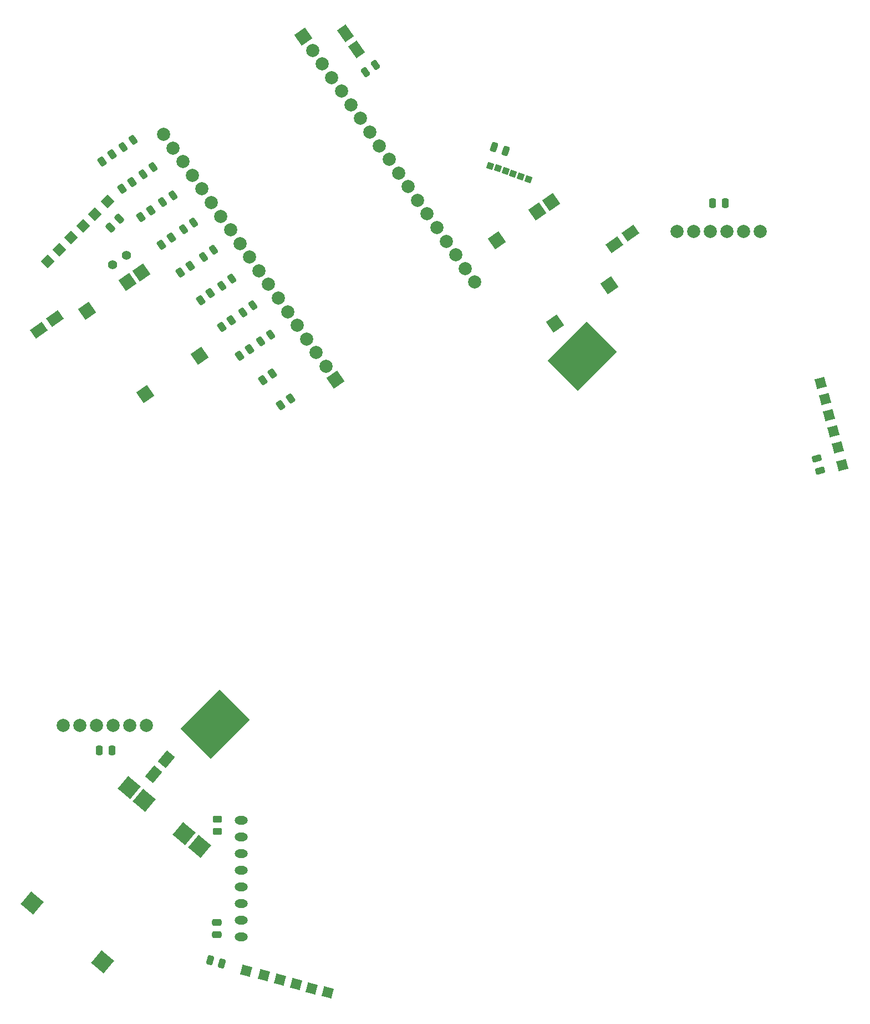
<source format=gbr>
%TF.GenerationSoftware,KiCad,Pcbnew,7.0.9-rc1*%
%TF.CreationDate,2023-11-05T19:21:47+02:00*%
%TF.ProjectId,projectA,70726f6a-6563-4744-912e-6b696361645f,rev?*%
%TF.SameCoordinates,PX5e5c173PY6474d3b*%
%TF.FileFunction,Soldermask,Top*%
%TF.FilePolarity,Negative*%
%FSLAX46Y46*%
G04 Gerber Fmt 4.6, Leading zero omitted, Abs format (unit mm)*
G04 Created by KiCad (PCBNEW 7.0.9-rc1) date 2023-11-05 19:21:47*
%MOMM*%
%LPD*%
G01*
G04 APERTURE LIST*
G04 Aperture macros list*
%AMRoundRect*
0 Rectangle with rounded corners*
0 $1 Rounding radius*
0 $2 $3 $4 $5 $6 $7 $8 $9 X,Y pos of 4 corners*
0 Add a 4 corners polygon primitive as box body*
4,1,4,$2,$3,$4,$5,$6,$7,$8,$9,$2,$3,0*
0 Add four circle primitives for the rounded corners*
1,1,$1+$1,$2,$3*
1,1,$1+$1,$4,$5*
1,1,$1+$1,$6,$7*
1,1,$1+$1,$8,$9*
0 Add four rect primitives between the rounded corners*
20,1,$1+$1,$2,$3,$4,$5,0*
20,1,$1+$1,$4,$5,$6,$7,0*
20,1,$1+$1,$6,$7,$8,$9,0*
20,1,$1+$1,$8,$9,$2,$3,0*%
%AMRotRect*
0 Rectangle, with rotation*
0 The origin of the aperture is its center*
0 $1 length*
0 $2 width*
0 $3 Rotation angle, in degrees counterclockwise*
0 Add horizontal line*
21,1,$1,$2,0,0,$3*%
G04 Aperture macros list end*
%ADD10O,2.000000X1.300000*%
%ADD11RoundRect,0.250000X-0.043082X0.519182X-0.473137X0.218055X0.043082X-0.519182X0.473137X-0.218055X0*%
%ADD12C,2.000000*%
%ADD13RotRect,2.200000X1.600000X125.000000*%
%ADD14RotRect,2.200000X1.600000X35.000000*%
%ADD15RotRect,1.524000X1.524000X225.000000*%
%ADD16RotRect,2.200000X1.600000X230.000000*%
%ADD17RoundRect,0.250000X-0.067661X0.532491X-0.477237X0.245703X0.067661X-0.532491X0.477237X-0.245703X0*%
%ADD18RoundRect,0.243750X0.062026X-0.513547X0.461363X-0.233929X-0.062026X0.513547X-0.461363X0.233929X0*%
%ADD19RotRect,1.000000X1.000000X341.000000*%
%ADD20RoundRect,0.250000X0.250000X0.475000X-0.250000X0.475000X-0.250000X-0.475000X0.250000X-0.475000X0*%
%ADD21RoundRect,0.250000X-0.450000X0.262500X-0.450000X-0.262500X0.450000X-0.262500X0.450000X0.262500X0*%
%ADD22RoundRect,0.250000X-0.523520X0.118542X-0.394110X-0.364421X0.523520X-0.118542X0.394110X0.364421X0*%
%ADD23C,1.400000*%
%ADD24RoundRect,0.250000X0.391025X0.367729X-0.081735X0.530513X-0.391025X-0.367729X0.081735X-0.530513X0*%
%ADD25RotRect,2.000000X2.000000X305.000000*%
%ADD26RoundRect,0.250000X-0.475000X0.250000X-0.475000X-0.250000X0.475000X-0.250000X0.475000X0.250000X0*%
%ADD27RoundRect,0.250000X-0.250000X-0.475000X0.250000X-0.475000X0.250000X0.475000X-0.250000X0.475000X0*%
%ADD28RotRect,1.524000X1.524000X345.000000*%
%ADD29RoundRect,0.250000X0.364421X0.394110X-0.118542X0.523520X-0.364421X-0.394110X0.118542X-0.523520X0*%
%ADD30RoundRect,0.250000X0.159099X-0.512652X0.512652X-0.159099X-0.159099X0.512652X-0.512652X0.159099X0*%
%ADD31RoundRect,0.250000X0.043082X-0.519182X0.473137X-0.218055X-0.043082X0.519182X-0.473137X0.218055X0*%
%ADD32RotRect,8.460000X6.470000X45.000000*%
%ADD33RotRect,2.500000X2.500000X50.000000*%
%ADD34RotRect,1.524000X1.524000X105.000000*%
%ADD35RotRect,2.000000X2.000000X35.000000*%
G04 APERTURE END LIST*
D10*
%TO.C,U11*%
X-24083406Y-59672952D03*
X-24083406Y-57132952D03*
X-24083406Y-54592952D03*
X-24083406Y-52052952D03*
X-24083406Y-49512952D03*
X-24083406Y-46972952D03*
X-24083406Y-44432952D03*
X-24083406Y-41892952D03*
%TD*%
D11*
%TO.C,R4*%
X-34758395Y46972899D03*
X-36253347Y45926123D03*
%TD*%
D12*
%TO.C,U1*%
X55166653Y47916123D03*
X52626653Y47916123D03*
X50086653Y47916123D03*
X47546653Y47916123D03*
X45006653Y47916123D03*
X42466653Y47916123D03*
%TD*%
D13*
%TO.C,C3*%
X-6452982Y75727395D03*
X-8173712Y78184851D03*
%TD*%
D14*
%TO.C,C2*%
X-54992075Y32875758D03*
X-52534619Y34596488D03*
%TD*%
D15*
%TO.C,U3*%
X-44472558Y52506911D03*
X-46431244Y50548225D03*
X-48227295Y48752174D03*
X-50023347Y46956123D03*
X-51819398Y45160072D03*
X-53615449Y43364020D03*
%TD*%
D16*
%TO.C,C5*%
X-35519166Y-32584810D03*
X-37447528Y-34882944D03*
%TD*%
D17*
%TO.C,C12*%
X-3535153Y73311021D03*
X-5091541Y72221225D03*
%TD*%
D18*
%TO.C,D8*%
X-19595392Y32223851D03*
X-21131302Y31148395D03*
%TD*%
D12*
%TO.C,U2*%
X-51263347Y-27413877D03*
X-48723347Y-27413877D03*
X-46183347Y-27413877D03*
X-43643347Y-27413877D03*
X-41103347Y-27413877D03*
X-38563347Y-27413877D03*
%TD*%
D19*
%TO.C,U10*%
X13920959Y57957004D03*
X15102857Y57550044D03*
X16284755Y57143084D03*
X17466653Y56736123D03*
X18648552Y56329163D03*
X19830450Y55922203D03*
%TD*%
D11*
%TO.C,R2*%
X-40775871Y55459511D03*
X-42270823Y54412735D03*
%TD*%
D20*
%TO.C,C10*%
X49826653Y52226123D03*
X47926653Y52226123D03*
%TD*%
D11*
%TO.C,R7*%
X-25568395Y34392899D03*
X-27063347Y33346123D03*
%TD*%
D21*
%TO.C,R9*%
X-27713347Y-41753877D03*
X-27713347Y-43578877D03*
%TD*%
D18*
%TO.C,D2*%
X-39058886Y56651424D03*
X-37522976Y57726880D03*
%TD*%
D22*
%TO.C,C7*%
X63810775Y13263753D03*
X64302531Y11428493D03*
%TD*%
D18*
%TO.C,D6*%
X-27051302Y39648395D03*
X-25515392Y40723851D03*
%TD*%
%TO.C,D1*%
X-42071302Y60838395D03*
X-40535392Y61913851D03*
%TD*%
D23*
%TO.C,JP1*%
X-41619407Y44293093D03*
X-43700053Y42836209D03*
%TD*%
D24*
%TO.C,C9*%
X16364896Y60186833D03*
X14568410Y60805413D03*
%TD*%
D25*
%TO.C,U7*%
X-39313782Y41682980D03*
X-41394428Y40226095D03*
X-47636367Y35855443D03*
X-30423347Y28986123D03*
X-38745932Y23158586D03*
%TD*%
D26*
%TO.C,C8*%
X-27823347Y-57443877D03*
X-27823347Y-59343877D03*
%TD*%
D27*
%TO.C,C11*%
X-45723347Y-31213877D03*
X-43823347Y-31213877D03*
%TD*%
D18*
%TO.C,D3*%
X-36048886Y52391424D03*
X-34512976Y53466880D03*
%TD*%
D25*
%TO.C,U6*%
X23272728Y52438320D03*
X21192082Y50981435D03*
X14950143Y46610783D03*
X32163163Y39741463D03*
X23840578Y33913926D03*
%TD*%
D28*
%TO.C,U4*%
X-23302413Y-64829548D03*
X-20626799Y-65546477D03*
X-18173347Y-66203877D03*
X-15719896Y-66861278D03*
X-13266444Y-67518678D03*
X-10812992Y-68176078D03*
%TD*%
D18*
%TO.C,D5*%
X-29828886Y44051424D03*
X-28292976Y45126880D03*
%TD*%
D29*
%TO.C,C6*%
X-26995717Y-63709755D03*
X-28830977Y-63217999D03*
%TD*%
D18*
%TO.C,D7*%
X-23811302Y35568395D03*
X-22275392Y36643851D03*
%TD*%
D11*
%TO.C,R5*%
X-31875871Y42679511D03*
X-33370823Y41632735D03*
%TD*%
%TO.C,R1*%
X-43825871Y59669511D03*
X-45320823Y58622735D03*
%TD*%
D30*
%TO.C,C4*%
X-44025098Y48524372D03*
X-42681596Y49867874D03*
%TD*%
D31*
%TO.C,R10*%
X-20790823Y25232735D03*
X-19295871Y26279511D03*
%TD*%
%TO.C,R11*%
X-18058299Y21439347D03*
X-16563347Y22486123D03*
%TD*%
D18*
%TO.C,D4*%
X-32853347Y48236123D03*
X-31317437Y49311579D03*
%TD*%
D14*
%TO.C,C1*%
X32917925Y45920067D03*
X35375381Y47640797D03*
%TD*%
D11*
%TO.C,R8*%
X-22805871Y29989511D03*
X-24300823Y28942735D03*
%TD*%
D32*
%TO.C,U8*%
X28046691Y28873947D03*
X-28055161Y-27227905D03*
%TD*%
D33*
%TO.C,U9*%
X-41173600Y-36894853D03*
X-38875467Y-38823216D03*
X-32747111Y-43965517D03*
X-30448978Y-45893880D03*
X-55957715Y-54513876D03*
X-45233093Y-63512902D03*
%TD*%
D11*
%TO.C,R3*%
X-37865871Y51179511D03*
X-39360823Y50132735D03*
%TD*%
D34*
%TO.C,U5*%
X67750982Y12327057D03*
X67034053Y15002672D03*
X66376653Y17456123D03*
X65719252Y19909575D03*
X65061852Y22363026D03*
X64404452Y24816478D03*
%TD*%
D11*
%TO.C,R6*%
X-28775871Y38509511D03*
X-30270823Y37462735D03*
%TD*%
D12*
%TO.C,U12*%
X-35898837Y62735720D03*
X-34441953Y60655074D03*
X-32985068Y58574428D03*
X-31528184Y56493782D03*
X-30071300Y54413135D03*
X-28614416Y52332489D03*
X-27157532Y50251843D03*
X-25700648Y48171197D03*
X-24243764Y46090551D03*
X-22786879Y44009904D03*
X-21329995Y41929258D03*
X-19873111Y39848612D03*
X-18416227Y37767966D03*
X-16959343Y35687320D03*
X-15502459Y33606673D03*
X-14045574Y31526027D03*
X-12588690Y29445381D03*
X-11131806Y27364735D03*
D35*
X-9674922Y25284089D03*
D12*
X11623031Y40197076D03*
X10166147Y42277722D03*
X8709263Y44358368D03*
X7252379Y46439015D03*
X5795495Y48519661D03*
X4338610Y50600307D03*
X2881726Y52680953D03*
X1424842Y54761599D03*
X-32042Y56842246D03*
X-1488926Y58922892D03*
X-2945810Y61003538D03*
X-4402695Y63084184D03*
X-5859579Y65164830D03*
X-7316463Y67245476D03*
X-8773347Y69326123D03*
X-10230231Y71406769D03*
X-11687115Y73487415D03*
X-13143999Y75568061D03*
D35*
X-14600884Y77648707D03*
%TD*%
M02*

</source>
